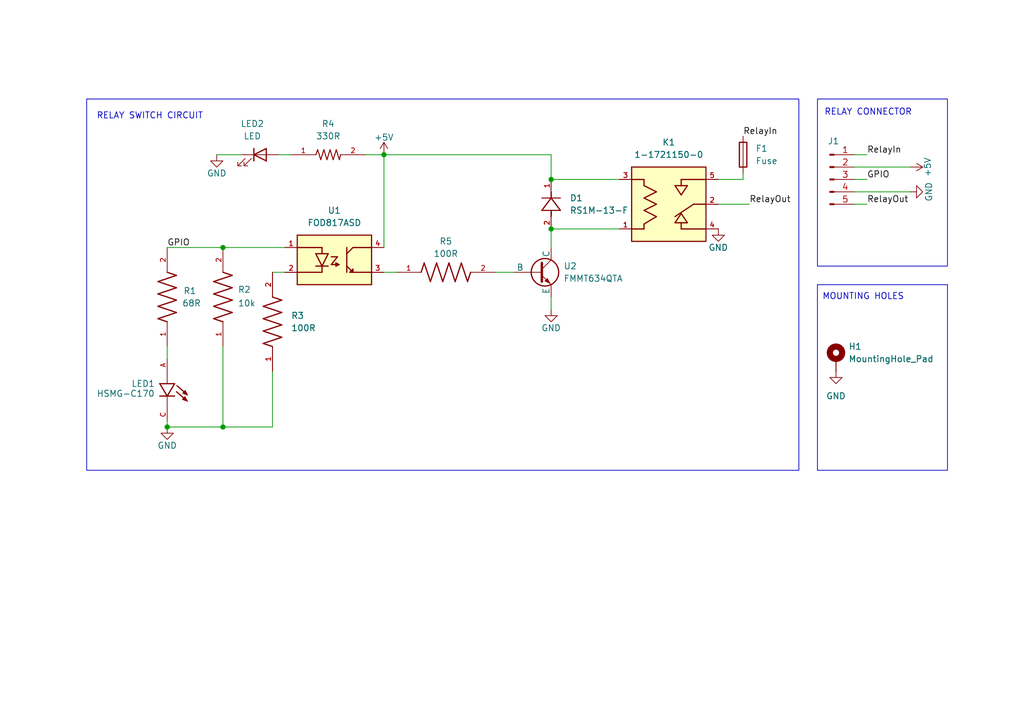
<source format=kicad_sch>
(kicad_sch (version 20231120) (generator "eeschema") (generator_version "8.0")
  (paper "A5")
  (lib_symbols
    (symbol "1-1721150-0:1-1721150-0" (pin_names (offset 1.016))
      (property "Reference" "K" (at -7.6312 10.1749 0))
      (property "Value" "1-1721150-0" (at -7.6253 -12.7088 0))
      (symbol "1-1721150-0_0_0"
        (rectangle (start -7.62 -7.62) (end 7.62 7.62) (stroke (width 0.254)) (fill (type background)))
        (polyline (pts (xy -5.08 -5.08) (xy -7.62 -5.08)) (stroke (width 0.254)))
        (polyline (pts (xy -5.08 -5.08) (xy -5.08 -4.064)) (stroke (width 0.254)))
        (polyline (pts (xy -5.08 -4.064) (xy -2.54 -2.54)) (stroke (width 0.254)))
        (polyline (pts (xy -5.08 -1.27) (xy -2.54 0)) (stroke (width 0.254)))
        (polyline (pts (xy -5.08 1.27) (xy -2.54 2.54)) (stroke (width 0.254)))
        (polyline (pts (xy -5.08 3.81) (xy -5.08 5.08)) (stroke (width 0.254)))
        (polyline (pts (xy -5.08 5.08) (xy -7.62 5.08)) (stroke (width 0.254)))
        (polyline (pts (xy -2.54 -2.54) (xy -5.08 -1.27)) (stroke (width 0.254)))
        (polyline (pts (xy -2.54 0) (xy -5.08 1.27)) (stroke (width 0.254)))
        (polyline (pts (xy -2.54 2.54) (xy -5.08 3.81)) (stroke (width 0.254)))
        (polyline (pts (xy 1.27 -3.81) (xy 2.54 -3.81)) (stroke (width 0.254)))
        (polyline (pts (xy 1.27 3.81) (xy 2.54 1.905)) (stroke (width 0.254)))
        (polyline (pts (xy 2.54 -5.08) (xy 7.62 -5.08)) (stroke (width 0.254)))
        (polyline (pts (xy 2.54 -3.81) (xy 2.54 -5.08)) (stroke (width 0.254)))
        (polyline (pts (xy 2.54 -3.81) (xy 3.81 -3.81)) (stroke (width 0.254)))
        (polyline (pts (xy 2.54 -1.905) (xy 1.27 -3.81)) (stroke (width 0.254)))
        (polyline (pts (xy 2.54 1.905) (xy 3.81 3.81)) (stroke (width 0.254)))
        (polyline (pts (xy 2.54 3.81) (xy 1.27 3.81)) (stroke (width 0.254)))
        (polyline (pts (xy 2.54 5.08) (xy 2.54 3.81)) (stroke (width 0.254)))
        (polyline (pts (xy 2.54 5.08) (xy 7.62 5.08)) (stroke (width 0.254)))
        (polyline (pts (xy 3.81 -3.81) (xy 2.54 -1.905)) (stroke (width 0.254)))
        (polyline (pts (xy 3.81 3.81) (xy 2.54 3.81)) (stroke (width 0.254)))
        (polyline (pts (xy 5.08 0) (xy 1.27 -2.54)) (stroke (width 0.254)))
        (polyline (pts (xy 7.62 0) (xy 5.08 0)) (stroke (width 0.254)))
        (pin passive line (at -10.16 -5.08 0) (length 2.54) (name "~") (number "1"))
        (pin passive line (at 10.16 0 180) (length 2.54) (name "~") (number "2"))
        (pin passive line (at -10.16 5.08 0) (length 2.54) (name "~") (number "3"))
        (pin passive line (at 10.16 -5.08 180) (length 2.54) (name "~") (number "4"))
        (pin passive line (at 10.16 5.08 180) (length 2.54) (name "~") (number "5"))
      )
    )
    (symbol "AC0603JR-07100RL:AC0603JR-07100RL" (pin_names (offset 1.016))
      (property "Reference" "R" (at -7.6244 2.5415 0))
      (property "Value" "AC0603JR-07100RL" (at -7.63 -5.0866 0))
      (symbol "AC0603JR-07100RL_0_0"
        (polyline (pts (xy -5.08 0) (xy -4.445 1.905)) (stroke (width 0.254)))
        (polyline (pts (xy -4.445 1.905) (xy -3.175 -1.905)) (stroke (width 0.254)))
        (polyline (pts (xy -3.175 -1.905) (xy -1.905 1.905)) (stroke (width 0.254)))
        (polyline (pts (xy -1.905 1.905) (xy -0.635 -1.905)) (stroke (width 0.254)))
        (polyline (pts (xy -0.635 -1.905) (xy 0.635 1.905)) (stroke (width 0.254)))
        (polyline (pts (xy 0.635 1.905) (xy 1.905 -1.905)) (stroke (width 0.254)))
        (polyline (pts (xy 1.905 -1.905) (xy 3.175 1.905)) (stroke (width 0.254)))
        (polyline (pts (xy 3.175 1.905) (xy 4.445 -1.905)) (stroke (width 0.254)))
        (polyline (pts (xy 4.445 -1.905) (xy 5.08 0)) (stroke (width 0.254)))
        (pin passive line (at -10.16 0 0) (length 5.08) (name "~") (number "1"))
        (pin passive line (at 10.16 0 180) (length 5.08) (name "~") (number "2"))
      )
    )
    (symbol "CRCW0402140RFKEDC:CRCW0402140RFKEDC" (pin_names (offset 1.016))
      (property "Reference" "R" (at -7.6244 2.5415 0))
      (property "Value" "CRCW0402140RFKEDC" (at -7.63 -5.0866 0))
      (symbol "CRCW0402140RFKEDC_0_0"
        (polyline (pts (xy -5.08 0) (xy -4.445 1.905)) (stroke (width 0.254)))
        (polyline (pts (xy -4.445 1.905) (xy -3.175 -1.905)) (stroke (width 0.254)))
        (polyline (pts (xy -3.175 -1.905) (xy -1.905 1.905)) (stroke (width 0.254)))
        (polyline (pts (xy -1.905 1.905) (xy -0.635 -1.905)) (stroke (width 0.254)))
        (polyline (pts (xy -0.635 -1.905) (xy 0.635 1.905)) (stroke (width 0.254)))
        (polyline (pts (xy 0.635 1.905) (xy 1.905 -1.905)) (stroke (width 0.254)))
        (polyline (pts (xy 1.905 -1.905) (xy 3.175 1.905)) (stroke (width 0.254)))
        (polyline (pts (xy 3.175 1.905) (xy 4.445 -1.905)) (stroke (width 0.254)))
        (polyline (pts (xy 4.445 -1.905) (xy 5.08 0)) (stroke (width 0.254)))
        (pin passive line (at -10.16 0 0) (length 5.08) (name "~") (number "1"))
        (pin passive line (at 10.16 0 180) (length 5.08) (name "~") (number "2"))
      )
    )
    (symbol "CRCW060310K0DHEAP:CRCW060310K0DHEAP" (pin_names (offset 1.016))
      (property "Reference" "R" (at -7.6244 2.5415 0))
      (property "Value" "CRCW060310K0DHEAP" (at -7.63 -5.0866 0))
      (symbol "CRCW060310K0DHEAP_0_0"
        (polyline (pts (xy -5.08 0) (xy -4.445 1.905)) (stroke (width 0.254)))
        (polyline (pts (xy -4.445 1.905) (xy -3.175 -1.905)) (stroke (width 0.254)))
        (polyline (pts (xy -3.175 -1.905) (xy -1.905 1.905)) (stroke (width 0.254)))
        (polyline (pts (xy -1.905 1.905) (xy -0.635 -1.905)) (stroke (width 0.254)))
        (polyline (pts (xy -0.635 -1.905) (xy 0.635 1.905)) (stroke (width 0.254)))
        (polyline (pts (xy 0.635 1.905) (xy 1.905 -1.905)) (stroke (width 0.254)))
        (polyline (pts (xy 1.905 -1.905) (xy 3.175 1.905)) (stroke (width 0.254)))
        (polyline (pts (xy 3.175 1.905) (xy 4.445 -1.905)) (stroke (width 0.254)))
        (polyline (pts (xy 4.445 -1.905) (xy 5.08 0)) (stroke (width 0.254)))
        (pin passive line (at -10.16 0 0) (length 5.08) (name "~") (number "1"))
        (pin passive line (at 10.16 0 180) (length 5.08) (name "~") (number "2"))
      )
    )
    (symbol "Connector:Conn_01x05_Pin" (pin_names (offset 1.016) hide)
      (property "Reference" "J" (at 0 7.62 0))
      (property "Value" "Conn_01x05_Pin" (at 0 -7.62 0))
      (symbol "Conn_01x05_Pin_1_1"
        (polyline (pts (xy 1.27 -5.08) (xy 0.8636 -5.08)) (stroke (width 0.1524)))
        (polyline (pts (xy 1.27 -2.54) (xy 0.8636 -2.54)) (stroke (width 0.1524)))
        (polyline (pts (xy 1.27 0) (xy 0.8636 0)) (stroke (width 0.1524)))
        (polyline (pts (xy 1.27 2.54) (xy 0.8636 2.54)) (stroke (width 0.1524)))
        (polyline (pts (xy 1.27 5.08) (xy 0.8636 5.08)) (stroke (width 0.1524)))
        (rectangle (start 0.8636 -4.953) (end 0 -5.207) (stroke (width 0.1524)) (fill (type outline)))
        (rectangle (start 0.8636 -2.413) (end 0 -2.667) (stroke (width 0.1524)) (fill (type outline)))
        (rectangle (start 0.8636 0.127) (end 0 -0.127) (stroke (width 0.1524)) (fill (type outline)))
        (rectangle (start 0.8636 2.667) (end 0 2.413) (stroke (width 0.1524)) (fill (type outline)))
        (rectangle (start 0.8636 5.207) (end 0 4.953) (stroke (width 0.1524)) (fill (type outline)))
        (pin passive line (at 5.08 5.08 180) (length 3.81) (name "Pin_1") (number "1"))
        (pin passive line (at 5.08 2.54 180) (length 3.81) (name "Pin_2") (number "2"))
        (pin passive line (at 5.08 0 180) (length 3.81) (name "Pin_3") (number "3"))
        (pin passive line (at 5.08 -2.54 180) (length 3.81) (name "Pin_4") (number "4"))
        (pin passive line (at 5.08 -5.08 180) (length 3.81) (name "Pin_5") (number "5"))
      )
    )
    (symbol "Device:Fuse" (pin_numbers hide) (pin_names (offset 0))
      (property "Reference" "F" (at 2.032 0 90))
      (property "Value" "Fuse" (at -1.905 0 90))
      (symbol "Fuse_0_1"
        (rectangle (start -0.762 -2.54) (end 0.762 2.54) (stroke (width 0.254)))
        (polyline (pts (xy 0 2.54) (xy 0 -2.54)))
      )
      (symbol "Fuse_1_1"
        (pin passive line (at 0 3.81 270) (length 1.27) (name "~") (number "1"))
        (pin passive line (at 0 -3.81 90) (length 1.27) (name "~") (number "2"))
      )
    )
    (symbol "Device:LED" (pin_numbers hide) (pin_names (offset 1.016) hide)
      (property "Reference" "D" (at 0 2.54 0))
      (property "Value" "LED" (at 0 -2.54 0))
      (symbol "LED_0_1"
        (polyline (pts (xy -1.27 -1.27) (xy -1.27 1.27)) (stroke (width 0.254)))
        (polyline (pts (xy -1.27 0) (xy 1.27 0)))
        (polyline (pts (xy 1.27 -1.27) (xy 1.27 1.27) (xy -1.27 0) (xy 1.27 -1.27)) (stroke (width 0.254)))
        (polyline (pts (xy -3.048 -0.762) (xy -4.572 -2.286) (xy -3.81 -2.286) (xy -4.572 -2.286) (xy -4.572 -1.524)))
        (polyline (pts (xy -1.778 -0.762) (xy -3.302 -2.286) (xy -2.54 -2.286) (xy -3.302 -2.286) (xy -3.302 -1.524)))
      )
      (symbol "LED_1_1"
        (pin passive line (at -3.81 0 0) (length 2.54) (name "K") (number "1"))
        (pin passive line (at 3.81 0 180) (length 2.54) (name "A") (number "2"))
      )
    )
    (symbol "FOD817ASD:FOD817ASD" (pin_names (offset 1.016))
      (property "Reference" "Q" (at -7.6421 5.0948 0))
      (property "Value" "FOD817ASD" (at -7.644 -7.644 0))
      (symbol "FOD817ASD_0_0"
        (rectangle (start -7.62 -5.08) (end 7.62 5.08) (stroke (width 0.254)) (fill (type background)))
        (polyline (pts (xy -3.81 -1.27) (xy -2.54 -1.27)) (stroke (width 0.254)))
        (polyline (pts (xy -3.81 1.27) (xy -2.54 1.27)) (stroke (width 0.254)))
        (polyline (pts (xy -2.54 -2.54) (xy -7.62 -2.54)) (stroke (width 0.254)))
        (polyline (pts (xy -2.54 -1.27) (xy -3.81 1.27)) (stroke (width 0.254)))
        (polyline (pts (xy -2.54 -1.27) (xy -2.54 -2.54)) (stroke (width 0.254)))
        (polyline (pts (xy -2.54 -1.27) (xy -1.27 -1.27)) (stroke (width 0.254)))
        (polyline (pts (xy -2.54 1.27) (xy -1.27 1.27)) (stroke (width 0.254)))
        (polyline (pts (xy -2.54 2.54) (xy -7.62 2.54)) (stroke (width 0.254)))
        (polyline (pts (xy -2.54 2.54) (xy -2.54 1.27)) (stroke (width 0.254)))
        (polyline (pts (xy -1.27 1.27) (xy -2.54 -1.27)) (stroke (width 0.254)))
        (polyline (pts (xy -0.635 -0.9525) (xy 0.9525 -0.9525)) (stroke (width 0.254)))
        (polyline (pts (xy -0.635 0.635) (xy 0.635 0.635)) (stroke (width 0.254)))
        (polyline (pts (xy 0.3175 -1.27) (xy 0.9525 -0.9525)) (stroke (width 0.254)))
        (polyline (pts (xy 0.3175 -0.635) (xy 0.3175 -1.27)) (stroke (width 0.254)))
        (polyline (pts (xy 0.635 0.635) (xy -0.635 -0.9525)) (stroke (width 0.254)))
        (polyline (pts (xy 0.9525 -0.9525) (xy 0.3175 -0.635)) (stroke (width 0.254)))
        (polyline (pts (xy 2.54 -1.27) (xy 2.54 -2.54)) (stroke (width 0.254)))
        (polyline (pts (xy 2.54 -1.27) (xy 3.81 -2.54)) (stroke (width 0.254)))
        (polyline (pts (xy 2.54 1.27) (xy 2.54 -1.27)) (stroke (width 0.254)))
        (polyline (pts (xy 2.54 2.54) (xy 2.54 1.27)) (stroke (width 0.254)))
        (polyline (pts (xy 3.175 -2.54) (xy 3.81 -2.54)) (stroke (width 0.254)))
        (polyline (pts (xy 3.81 -2.54) (xy 3.81 -1.905)) (stroke (width 0.254)))
        (polyline (pts (xy 3.81 -1.905) (xy 3.175 -2.54)) (stroke (width 0.254)))
        (polyline (pts (xy 3.81 2.54) (xy 2.54 1.27)) (stroke (width 0.254)))
        (polyline (pts (xy 7.62 -2.54) (xy 3.81 -2.54)) (stroke (width 0.254)))
        (polyline (pts (xy 7.62 2.54) (xy 3.81 2.54)) (stroke (width 0.254)))
        (pin passive line (at -10.16 2.54 0) (length 2.54) (name "~") (number "1"))
        (pin passive line (at -10.16 -2.54 0) (length 2.54) (name "~") (number "2"))
        (pin passive line (at 10.16 -2.54 180) (length 2.54) (name "~") (number "3"))
        (pin passive line (at 10.16 2.54 180) (length 2.54) (name "~") (number "4"))
      )
    )
    (symbol "HSMG-C170:HSMG-C170" (pin_names (offset 1.016))
      (property "Reference" "D" (at -3.0988 4.4958 0))
      (property "Value" "HSMG-C170" (at -3.556 -3.302 0))
      (symbol "HSMG-C170_0_0"
        (polyline (pts (xy -2.54 -1.524) (xy 0 0)) (stroke (width 0.254)))
        (polyline (pts (xy -2.54 0) (xy -5.08 0)) (stroke (width 0.1524)))
        (polyline (pts (xy -2.54 0) (xy -2.54 -1.524)) (stroke (width 0.254)))
        (polyline (pts (xy -2.54 1.524) (xy -2.54 0)) (stroke (width 0.254)))
        (polyline (pts (xy -0.3556 4.0386) (xy -2.1336 2.0066)) (stroke (width 0.254)))
        (polyline (pts (xy 0 0) (xy -2.54 1.524)) (stroke (width 0.254)))
        (polyline (pts (xy 0 0) (xy 0 -1.524)) (stroke (width 0.254)))
        (polyline (pts (xy 0 1.524) (xy 0 0)) (stroke (width 0.254)))
        (polyline (pts (xy 0.889 3.937) (xy -0.889 1.905)) (stroke (width 0.254)))
        (polyline (pts (xy 2.54 0) (xy 0 0)) (stroke (width 0.1524)))
        (polyline (pts (xy -1.143 3.683) (xy -0.5715 3.175) (xy -0.1905 4.191) (xy -1.143 3.683)) (stroke (width 0.1524)) (fill (type outline)))
        (polyline (pts (xy 0.127 3.6195) (xy 0.6985 3.1115) (xy 1.0795 4.191) (xy 0.127 3.6195)) (stroke (width 0.1524)) (fill (type outline)))
        (pin passive line (at -7.62 0 0) (length 2.54) (name "~") (number "A"))
        (pin passive line (at 5.08 0 180) (length 2.54) (name "~") (number "C"))
      )
    )
    (symbol "Mechanical:MountingHole_Pad" (pin_numbers hide) (pin_names (offset 1.016) hide) (exclude_from_sim yes) (in_bom no)
      (property "Reference" "H" (at 0 6.35 0))
      (property "Value" "MountingHole_Pad" (at 0 4.445 0))
      (symbol "MountingHole_Pad_0_1"
        (circle (center 0 1.27) (radius 1.27) (stroke (width 1.27)))
      )
      (symbol "MountingHole_Pad_1_1"
        (pin input line (at 0 -2.54 90) (length 2.54) (name "1") (number "1"))
      )
    )
    (symbol "RC0603FR-07330RL:RC0603FR-07330RL" (pin_names (offset 1.016))
      (property "Reference" "R" (at -3.81 1.4986 0))
      (property "Value" "RC0603FR-07330RL" (at -3.81 -3.302 0))
      (symbol "RC0603FR-07330RL_0_0"
        (polyline (pts (xy -2.54 0) (xy -2.159 1.016)) (stroke (width 0.2032)))
        (polyline (pts (xy -2.159 1.016) (xy -1.524 -1.016)) (stroke (width 0.2032)))
        (polyline (pts (xy -1.524 -1.016) (xy -0.889 1.016)) (stroke (width 0.2032)))
        (polyline (pts (xy -0.889 1.016) (xy -0.254 -1.016)) (stroke (width 0.2032)))
        (polyline (pts (xy -0.254 -1.016) (xy 0.381 1.016)) (stroke (width 0.2032)))
        (polyline (pts (xy 0.381 1.016) (xy 1.016 -1.016)) (stroke (width 0.2032)))
        (polyline (pts (xy 1.016 -1.016) (xy 1.651 1.016)) (stroke (width 0.2032)))
        (polyline (pts (xy 1.651 1.016) (xy 2.286 -1.016)) (stroke (width 0.2032)))
        (polyline (pts (xy 2.286 -1.016) (xy 2.54 0)) (stroke (width 0.2032)))
        (pin passive line (at -7.62 0 0) (length 5.08) (name "~") (number "1"))
        (pin passive line (at 7.62 0 180) (length 5.08) (name "~") (number "2"))
      )
    )
    (symbol "RS1M-13-F:RS1M-13-F" (pin_names (offset 1.016))
      (property "Reference" "CR" (at -2.8194 2.6924 0))
      (property "Value" "RS1M-13-F" (at -3.8862 -5.5372 0))
      (symbol "RS1M-13-F_0_0"
        (polyline (pts (xy 2.54 0) (xy 3.4798 0)) (stroke (width 0.2032)))
        (polyline (pts (xy 2.54 0) (xy 3.4798 0)) (stroke (width 0.2032)))
        (polyline (pts (xy 2.54 0) (xy 3.4798 0)) (stroke (width 0.2032)))
        (polyline (pts (xy 3.175 0) (xy 3.81 0)) (stroke (width 0.2032)))
        (polyline (pts (xy 3.175 0) (xy 3.81 0)) (stroke (width 0.2032)))
        (polyline (pts (xy 3.175 0) (xy 3.81 0)) (stroke (width 0.2032)))
        (polyline (pts (xy 3.81 -1.905) (xy 6.35 0)) (stroke (width 0.2032)))
        (polyline (pts (xy 3.81 -1.905) (xy 6.35 0)) (stroke (width 0.2032)))
        (polyline (pts (xy 3.81 -1.905) (xy 6.35 0)) (stroke (width 0.2032)))
        (polyline (pts (xy 3.81 1.905) (xy 3.81 -1.905)) (stroke (width 0.2032)))
        (polyline (pts (xy 3.81 1.905) (xy 3.81 -1.905)) (stroke (width 0.2032)))
        (polyline (pts (xy 3.81 1.905) (xy 3.81 -1.905)) (stroke (width 0.2032)))
        (polyline (pts (xy 6.35 0) (xy 3.81 1.905)) (stroke (width 0.2032)))
        (polyline (pts (xy 6.35 0) (xy 3.81 1.905)) (stroke (width 0.2032)))
        (polyline (pts (xy 6.35 0) (xy 3.81 1.905)) (stroke (width 0.2032)))
        (polyline (pts (xy 6.35 0) (xy 7.62 0)) (stroke (width 0.2032)))
        (polyline (pts (xy 6.35 0) (xy 7.62 0)) (stroke (width 0.2032)))
        (polyline (pts (xy 6.35 0) (xy 7.62 0)) (stroke (width 0.2032)))
        (rectangle (start 6.35 -1.905) (end 6.35 1.905) (stroke (width 0.2032)) (fill (type background)))
        (pin passive line (at 10.16 0 180) (length 2.54) (name "~") (number "1"))
        (pin passive line (at 0 0 0) (length 2.54) (name "~") (number "2"))
      )
    )
    (symbol "Simulation_SPICE:NPN" (pin_numbers hide) (pin_names (offset 0))
      (property "Reference" "Q" (at -2.54 7.62 0))
      (property "Value" "NPN" (at -2.54 5.08 0))
      (symbol "NPN_0_1"
        (polyline (pts (xy -2.54 0) (xy 0.635 0)) (stroke (width 0.1524)))
        (polyline (pts (xy 0.635 0.635) (xy 2.54 2.54)))
        (polyline (pts (xy 2.794 -1.27) (xy 2.794 -1.27)) (stroke (width 0.1524)))
        (polyline (pts (xy 2.794 -1.27) (xy 2.794 -1.27)) (stroke (width 0.1524)))
        (polyline (pts (xy 0.635 -0.635) (xy 2.54 -2.54) (xy 2.54 -2.54)))
        (polyline (pts (xy 0.635 1.905) (xy 0.635 -1.905) (xy 0.635 -1.905)) (stroke (width 0.508)))
        (polyline (pts (xy 1.27 -1.778) (xy 1.778 -1.27) (xy 2.286 -2.286) (xy 1.27 -1.778) (xy 1.27 -1.778)) (fill (type outline)))
        (circle (center 1.27 0) (radius 2.8194) (stroke (width 0.254)))
      )
      (symbol "NPN_1_1"
        (pin open_collector line (at 2.54 5.08 270) (length 2.54) (name "C") (number "1"))
        (pin input line (at -5.08 0 0) (length 2.54) (name "B") (number "2"))
        (pin open_emitter line (at 2.54 -5.08 90) (length 2.54) (name "E") (number "3"))
      )
    )
    (symbol "power:+5V" (power) (pin_numbers hide) (pin_names (offset 0) hide)
      (property "Value" "+5V" (at 0 3.556 0))
      (symbol "+5V_0_1"
        (polyline (pts (xy -0.762 1.27) (xy 0 2.54)))
        (polyline (pts (xy 0 0) (xy 0 2.54)))
        (polyline (pts (xy 0 2.54) (xy 0.762 1.27)))
      )
      (symbol "+5V_1_1"
        (pin power_in line (at 0 0 90) (length 0) (name "~") (number "1"))
      )
    )
    (symbol "power:GND" (power) (pin_numbers hide) (pin_names (offset 0) hide)
      (property "Value" "GND" (at 0 -3.81 0))
      (symbol "GND_0_1"
        (polyline (pts (xy 0 0) (xy 0 -1.27) (xy 1.27 -1.27) (xy 0 -2.54) (xy -1.27 -1.27) (xy 0 -1.27)))
      )
      (symbol "GND_1_1"
        (pin power_in line (at 0 0 270) (length 0) (name "~") (number "1"))
      )
    )
  )
  (junction (at 113.03 36.83))
  (junction (at 113.03 46.99))
  (junction (at 45.72 50.8))
  (junction (at 34.29 87.63))
  (junction (at 78.74 31.75))
  (junction (at 45.72 87.63))
  (wire (pts (xy 147.32 36.83) (xy 152.4 36.83)))
  (wire (pts (xy 78.74 55.88) (xy 81.28 55.88)))
  (wire (pts (xy 34.29 71.12) (xy 34.29 73.66)))
  (wire (pts (xy 45.72 87.63) (xy 34.29 87.63)))
  (wire (pts (xy 45.72 50.8) (xy 58.42 50.8)))
  (wire (pts (xy 44.45 31.75) (xy 49.53 31.75)))
  (wire (pts (xy 113.03 46.99) (xy 127 46.99)))
  (wire (pts (xy 113.03 60.96) (xy 113.03 63.5)))
  (wire (pts (xy 78.74 31.75) (xy 113.03 31.75)))
  (wire (pts (xy 113.03 36.83) (xy 127 36.83)))
  (wire (pts (xy 177.8 31.75) (xy 175.26 31.75)))
  (wire (pts (xy 34.29 86.36) (xy 34.29 87.63)))
  (wire (pts (xy 45.72 87.63) (xy 55.88 87.63)))
  (wire (pts (xy 175.26 39.37) (xy 186.69 39.37)))
  (wire (pts (xy 177.8 41.91) (xy 175.26 41.91)))
  (wire (pts (xy 78.74 31.75) (xy 78.74 50.8)))
  (wire (pts (xy 113.03 46.99) (xy 113.03 50.8)))
  (wire (pts (xy 175.26 34.29) (xy 186.69 34.29)))
  (wire (pts (xy 113.03 36.83) (xy 113.03 31.75)))
  (wire (pts (xy 74.93 31.75) (xy 78.74 31.75)))
  (wire (pts (xy 34.29 50.8) (xy 45.72 50.8)))
  (wire (pts (xy 57.15 31.75) (xy 59.69 31.75)))
  (wire (pts (xy 101.6 55.88) (xy 105.41 55.88)))
  (wire (pts (xy 147.32 41.91) (xy 153.67 41.91)))
  (wire (pts (xy 152.4 36.83) (xy 152.4 35.56)))
  (wire (pts (xy 45.72 71.12) (xy 45.72 87.63)))
  (wire (pts (xy 177.8 36.83) (xy 175.26 36.83)))
  (wire (pts (xy 55.88 76.2) (xy 55.88 87.63)))
  (wire (pts (xy 55.88 55.88) (xy 58.42 55.88)))
  (rectangle (start 167.64 20.32) (end 194.31 54.61))
  (rectangle (start 17.78 20.32) (end 163.83 96.52))
  (rectangle (start 167.64 58.42) (end 194.31 96.52))
  (text "MOUNTING HOLES" (at 177.038 60.96 0) (effects (font (size 1.27 1.27))))
  (text "RELAY CONNECTOR" (at 178.054 23.114 0) (effects (font (size 1.27 1.27))))
  (text "RELAY SWITCH CIRCUIT" (at 30.734 23.876 0) (effects (font (size 1.27 1.27))))
  (label "RelayIn" (at 177.8 31.75 0))
  (label "RelayOut" (at 153.67 41.91 0))
  (label "GPIO" (at 34.29 50.8 0))
  (label "RelayIn" (at 152.4 27.94 0))
  (label "RelayOut" (at 177.8 41.91 0))
  (label "GPIO" (at 177.8 36.83 0))
  (symbol (lib_id "Connector:Conn_01x05_Pin") (at 170.18 36.83 0) (unit 1)
    (property "Reference" "J1" (at 170.942 28.956 0))
    (property "Value" "Conn_01x05_Pin" (effects (hide yes)))
    (property "Footprint" "Connector_PinHeader_2.54mm:PinHeader_1x05_P2.54mm_Vertical" (effects (hide yes)))
    (property "Description" "Generic connector, single row, 01x05, script generated" (effects (hide yes)))
  )
  (symbol (lib_id "Device:Fuse") (at 152.4 31.75 0) (unit 1)
    (property "Reference" "F1" (at 154.94 30.4799 0) (effects (justify left)))
    (property "Value" "Fuse" (at 154.94 33.0199 0) (effects (justify left)))
    (property "Footprint" "Diode_SMD:D_0402_1005Metric_Pad0.77x0.64mm_HandSolder" (effects (hide yes)))
    (property "Description" "Fuse" (effects (hide yes)))
  )
  (symbol (lib_id "CRCW060310K0DHEAP:CRCW060310K0DHEAP") (at 45.72 60.96 90) (unit 1)
    (property "Reference" "R2" (at 48.768 59.436 90) (effects (justify right)))
    (property "Value" "10k" (at 48.768 62.23 90) (effects (justify right)))
    (property "Footprint" "Resistor_SMD:R_0603_1608Metric_Pad0.98x0.95mm_HandSolder" (effects (hide yes)))
    (property "MF" "Vishay Dale" (effects (hide yes)))
    (property "Description_1" "\n                        \n                            10 kOhms ±0.5% 0.1W, 1/10W Chip Resistor 0603 (1608 Metric) Automotive AEC-Q200 Thick Film\n                        \n" (effects (hide yes)))
    (property "Package" "1508 Vishay" (effects (hide yes)))
    (property "Price" "None" (effects (hide yes)))
    (property "SnapEDA_Link" "https://www.snapeda.com/parts/CRCW060310K0DHEAP/Vishay+Dale/view-part/?ref=snap" (effects (hide yes)))
    (property "MP" "CRCW060310K0DHEAP" (effects (hide yes)))
    (property "Availability" "In Stock" (effects (hide yes)))
    (property "Check_prices" "https://www.snapeda.com/parts/CRCW060310K0DHEAP/Vishay+Dale/view-part/?ref=eda" (effects (hide yes)))
  )
  (symbol (lib_id "Device:LED") (at 53.34 31.75 0) (unit 1)
    (property "Reference" "LED2" (at 51.7525 25.4 0))
    (property "Value" "LED" (at 51.7525 27.94 0))
    (property "Footprint" "SML-D12:LED_SML-D12V1WT86" (effects (hide yes)))
    (property "Description" "Light emitting diode" (effects (hide yes)))
  )
  (symbol (lib_id "RC0603FR-07330RL:RC0603FR-07330RL") (at 67.31 31.75 0) (unit 1)
    (property "Reference" "R4" (at 67.31 25.4 0))
    (property "Value" "330R" (at 67.31 27.94 0))
    (property "Footprint" "Resistor_SMD:R_0603_1608Metric_Pad0.98x0.95mm_HandSolder" (effects (hide yes)))
    (property "MF" "Yageo" (effects (hide yes)))
    (property "Description_1" "\n                        \n                            330 Ohms ±1% 0.1W, 1/10W Chip Resistor 0603 (1608 Metric) Moisture Resistant Thick Film\n                        \n" (effects (hide yes)))
    (property "Package" "0603 Yageo" (effects (hide yes)))
    (property "Price" "None" (effects (hide yes)))
    (property "SnapEDA_Link" "https://www.snapeda.com/parts/RC0603FR-07330RL/Yageo/view-part/?ref=snap" (effects (hide yes)))
    (property "MP" "RC0603FR-07330RL" (effects (hide yes)))
    (property "Availability" "In Stock" (effects (hide yes)))
    (property "Check_prices" "https://www.snapeda.com/parts/RC0603FR-07330RL/Yageo/view-part/?ref=eda" (effects (hide yes)))
  )
  (symbol (lib_id "power:+5V") (at 186.69 34.29 270) (unit 1)
    (property "Reference" "#PWR04" (effects (hide yes)))
    (property "Value" "+5V" (at 190.246 34.29 0))
    (property "Description" "Power symbol creates a global label with name \"+5V\"" (effects (hide yes)))
  )
  (symbol (lib_id "HSMG-C170:HSMG-C170") (at 34.29 81.28 270) (unit 1)
    (property "Reference" "LED1" (at 26.924 78.74 90) (effects (justify left)))
    (property "Value" "HSMG-C170" (at 19.812 80.772 90) (effects (justify left)))
    (property "Footprint" "HSMG-C170:LED_HSMS-C170" (effects (hide yes)))
    (property "MF" "Broadcom Limited" (effects (hide yes)))
    (property "MAXIMUM_PACKAGE_HEIGHT" "0.8mm" (effects (hide yes)))
    (property "Package" "0805 Broadcom Limited" (effects (hide yes)))
    (property "Price" "None" (effects (hide yes)))
    (property "Check_prices" "https://www.snapeda.com/parts/HSMG-C170/Broadcom+Limited/view-part/?ref=eda" (effects (hide yes)))
    (property "STANDARD" "Manufacturer Recommendations" (effects (hide yes)))
    (property "PARTREV" "March 25, 2022" (effects (hide yes)))
    (property "SnapEDA_Link" "https://www.snapeda.com/parts/HSMG-C170/Broadcom+Limited/view-part/?ref=snap" (effects (hide yes)))
    (property "MP" "HSMG-C170" (effects (hide yes)))
    (property "Description_1" "\n                        \n                            Green 572nm LED Indication - Discrete 2.2V 0805 (2012 Metric)\n                        \n" (effects (hide yes)))
    (property "MANUFACTURER" "Broadcom" (effects (hide yes)))
    (property "Availability" "In Stock" (effects (hide yes)))
    (property "SNAPEDA_PN" "HSMG-C170" (effects (hide yes)))
  )
  (symbol (lib_id "Simulation_SPICE:NPN") (at 110.49 55.88 0) (unit 1)
    (property "Reference" "U2" (at 115.57 54.6099 0) (effects (justify left)))
    (property "Value" "FMMT634QTA" (at 115.57 57.1499 0) (effects (justify left)))
    (property "Footprint" "FMMT634QTA:VREG_XC6206P282MR-G" (effects (hide yes)))
    (property "Datasheet" "https://ngspice.sourceforge.io/docs/ngspice-html-manual/manual.xhtml#cha_BJTs" (effects (hide yes)))
    (property "Description" "Bipolar transistor symbol for simulation only, substrate tied to the emitter" (effects (hide yes)))
    (property "Sim.Device" "NPN" (effects (hide yes)))
    (property "Sim.Type" "GUMMELPOON" (effects (hide yes)))
    (property "Sim.Pins" "1=C 2=B 3=E" (effects (hide yes)))
  )
  (symbol (lib_id "CRCW0402140RFKEDC:CRCW0402140RFKEDC") (at 34.29 60.96 90) (unit 1)
    (property "Reference" "R1" (at 37.592 59.69 90) (effects (justify right)))
    (property "Value" "68R" (at 37.338 62.23 90) (effects (justify right)))
    (property "Footprint" "Resistor_SMD:R_0402_1005Metric_Pad0.72x0.64mm_HandSolder" (effects (hide yes)))
    (property "MF" "Vishay" (effects (hide yes)))
    (property "Description_1" "\n                        \n                            140 Ohms ±1% 0.063W, 1/16W Chip Resistor 0402 (1005 Metric)  Thick Film\n                        \n" (effects (hide yes)))
    (property "Package" "1005 Yageo" (effects (hide yes)))
    (property "Price" "None" (effects (hide yes)))
    (property "SnapEDA_Link" "https://www.snapeda.com/parts/CRCW0402140RFKEDC/Vishay/view-part/?ref=snap" (effects (hide yes)))
    (property "MP" "CRCW0402140RFKEDC" (effects (hide yes)))
    (property "Availability" "In Stock" (effects (hide yes)))
    (property "Check_prices" "https://www.snapeda.com/parts/CRCW0402140RFKEDC/Vishay/view-part/?ref=eda" (effects (hide yes)))
  )
  (symbol (lib_id "power:+5V") (at 78.74 31.75 0) (unit 1)
    (property "Reference" "#PWR03" (effects (hide yes)))
    (property "Value" "+5V" (at 78.74 28.194 0))
    (property "Description" "Power symbol creates a global label with name \"+5V\"" (effects (hide yes)))
  )
  (symbol (lib_id "power:GND") (at 186.69 39.37 90) (unit 1)
    (property "Reference" "#PWR05" (effects (hide yes)))
    (property "Value" "GND" (at 190.5 39.37 0))
    (property "Description" "Power symbol creates a global label with name \"GND\" , ground" (effects (hide yes)))
  )
  (symbol (lib_id "power:GND") (at 44.45 31.75 0) (unit 1)
    (property "Reference" "#PWR02" (effects (hide yes)))
    (property "Value" "GND" (at 44.45 35.56 0))
    (property "Description" "Power symbol creates a global label with name \"GND\" , ground" (effects (hide yes)))
  )
  (symbol (lib_id "power:GND") (at 147.32 46.99 0) (unit 1)
    (property "Reference" "#PWR07" (effects (hide yes)))
    (property "Value" "GND" (at 147.32 50.8 0))
    (property "Description" "Power symbol creates a global label with name \"GND\" , ground" (effects (hide yes)))
  )
  (symbol (lib_id "FOD817ASD:FOD817ASD") (at 68.58 53.34 0) (unit 1)
    (property "Reference" "U1" (at 68.58 43.18 0))
    (property "Value" "FOD817ASD" (at 68.58 45.72 0))
    (property "Footprint" "FOD817ASD:SOIC254P1016X385-4N" (effects (hide yes)))
    (property "MF" "onsemi" (effects (hide yes)))
    (property "Description_1" "\n                        \n                            Optoisolator Transistor Output 5000Vrms 1 Channel 4-SMD\n                        \n" (effects (hide yes)))
    (property "Package" "SMD-4 ON Semiconductor" (effects (hide yes)))
    (property "Price" "None" (effects (hide yes)))
    (property "Check_prices" "https://www.snapeda.com/parts/FOD817ASD/Onsemi/view-part/?ref=eda" (effects (hide yes)))
    (property "SnapEDA_Link" "https://www.snapeda.com/parts/FOD817ASD/Onsemi/view-part/?ref=snap" (effects (hide yes)))
    (property "MP" "FOD817ASD" (effects (hide yes)))
    (property "Availability" "In Stock" (effects (hide yes)))
    (property "MANUFACTURER" "FAIRCHILD SEMICONDUCTOR" (effects (hide yes)))
  )
  (symbol (lib_id "1-1721150-0:1-1721150-0") (at 137.16 41.91 0) (unit 1)
    (property "Reference" "K1" (at 137.16 29.21 0))
    (property "Value" "1-1721150-0" (at 137.16 31.75 0))
    (property "Footprint" "1-1721150-0:RELAY_1-1721150-0" (effects (hide yes)))
    (property "Comment" "1-1721150-0" (effects (hide yes)))
    (property "MF" "TE Connectivity" (effects (hide yes)))
    (property "MAXIMUM_PACKAGE_HEIGHT" "15.0mm" (effects (hide yes)))
    (property "Package" "None" (effects (hide yes)))
    (property "Price" "None" (effects (hide yes)))
    (property "Check_prices" "https://www.snapeda.com/parts/1-1721150-0/TE+Connectivity+Potter+%2526+Brumfield+Relays/view-part/?ref=eda" (effects (hide yes)))
    (property "STANDARD" "Manufacturer recommendations" (effects (hide yes)))
    (property "PARTREV" "D" (effects (hide yes)))
    (property "SnapEDA_Link" "https://www.snapeda.com/parts/1-1721150-0/TE+Connectivity+Potter+%2526+Brumfield+Relays/view-part/?ref=snap" (effects (hide yes)))
    (property "MP" "1-1721150-0" (effects (hide yes)))
    (property "EU_RoHS_Compliance" "Compliant" (effects (hide yes)))
    (property "Description_1" "\n                        \n                            General Purpose Relay SPDT (1 Form C) 5VDC Coil Through Hole\n                        \n" (effects (hide yes)))
    (property "Availability" "In Stock" (effects (hide yes)))
    (property "MANUFACTURER" "TE Connectivity" (effects (hide yes)))
  )
  (symbol (lib_id "power:GND") (at 113.03 63.5 0) (unit 1)
    (property "Reference" "#PWR06" (effects (hide yes)))
    (property "Value" "GND" (at 113.03 67.31 0))
    (property "Description" "Power symbol creates a global label with name \"GND\" , ground" (effects (hide yes)))
  )
  (symbol (lib_id "RS1M-13-F:RS1M-13-F") (at 113.03 46.99 90) (unit 1)
    (property "Reference" "D1" (at 116.84 40.6399 90) (effects (justify right)))
    (property "Value" "RS1M-13-F" (at 116.84 43.1799 90) (effects (justify right)))
    (property "Footprint" "RS1M-13-F:SMA_DIO-M" (effects (hide yes)))
    (property "MF" "Diodes Inc." (effects (hide yes)))
    (property "Description_1" "\n                        \n                            Diode Switching 1KV 1A 2Pin SMA | Diodes Inc RS1M-13-F\n                        \n" (effects (hide yes)))
    (property "COPYRIGHT" "Copyright (C) 2023 Ultra Librarian. All rights reserved." (effects (hide yes)))
    (property "Package" "DO-214 Diodes Inc." (effects (hide yes)))
    (property "Price" "None" (effects (hide yes)))
    (property "Check_prices" "https://www.snapeda.com/parts/RS1M-13-F/Diodes+Inc./view-part/?ref=eda" (effects (hide yes)))
    (property "Availability" "In Stock" (effects (hide yes)))
    (property "SnapEDA_Link" "https://www.snapeda.com/parts/RS1M-13-F/Diodes+Inc./view-part/?ref=snap" (effects (hide yes)))
    (property "MP" "RS1M-13-F" (effects (hide yes)))
    (property "MFR_NAME" "Diodes Inc" (effects (hide yes)))
    (property "MANUFACTURER_PART_NUMBER" "RS1M-13-F" (effects (hide yes)))
  )
  (symbol (lib_id "power:GND") (at 34.29 87.63 0) (unit 1)
    (property "Reference" "#PWR01" (effects (hide yes)))
    (property "Value" "GND" (at 34.29 91.44 0))
    (property "Description" "Power symbol creates a global label with name \"GND\" , ground" (effects (hide yes)))
  )
  (symbol (lib_id "Mechanical:MountingHole_Pad") (at 171.45 73.66 0) (unit 1) (exclude_from_sim yes) (in_bom no)
    (property "Reference" "H1" (at 173.99 71.1199 0) (effects (justify left)))
    (property "Value" "MountingHole_Pad" (at 173.99 73.6599 0) (effects (justify left)))
    (property "Footprint" "MountingHole:MountingHole_3.7mm_Pad" (effects (hide yes)))
    (property "Description" "Mounting Hole with connection" (effects (hide yes)))
  )
  (symbol (lib_id "AC0603JR-07100RL:AC0603JR-07100RL") (at 55.88 66.04 90) (unit 1)
    (property "Reference" "R3" (at 59.69 64.7699 90) (effects (justify right)))
    (property "Value" "100R" (at 59.69 67.3099 90) (effects (justify right)))
    (property "Footprint" "Resistor_SMD:R_0603_1608Metric_Pad0.98x0.95mm_HandSolder" (effects (hide yes)))
    (property "MF" "Yageo" (effects (hide yes)))
    (property "Description_1" "\n                        \n                            100 Ohms ±5% 0.1W, 1/10W Chip Resistor 0603 (1608 Metric) Automotive AEC-Q200, Moisture Resistant Thick Film\n                        \n" (effects (hide yes)))
    (property "Package" "1608 Yageo" (effects (hide yes)))
    (property "Price" "None" (effects (hide yes)))
    (property "SnapEDA_Link" "https://www.snapeda.com/parts/AC0603JR-07100RL/Yageo/view-part/?ref=snap" (effects (hide yes)))
    (property "MP" "AC0603JR-07100RL" (effects (hide yes)))
    (property "Availability" "In Stock" (effects (hide yes)))
    (property "Check_prices" "https://www.snapeda.com/parts/AC0603JR-07100RL/Yageo/view-part/?ref=eda" (effects (hide yes)))
  )
  (symbol (lib_id "power:GND") (at 171.45 76.2 0) (unit 1)
    (property "Reference" "#PWR08" (effects (hide yes)))
    (property "Value" "GND" (at 171.45 81.28 0))
    (property "Description" "Power symbol creates a global label with name \"GND\" , ground" (effects (hide yes)))
  )
  (symbol (lib_id "AC0603JR-07100RL:AC0603JR-07100RL") (at 91.44 55.88 0) (unit 1)
    (property "Reference" "R5" (at 91.44 49.53 0))
    (property "Value" "100R" (at 91.44 52.07 0))
    (property "Footprint" "Resistor_SMD:R_0603_1608Metric_Pad0.98x0.95mm_HandSolder" (effects (hide yes)))
    (property "MF" "Yageo" (effects (hide yes)))
    (property "Description_1" "\n                        \n                            100 Ohms ±5% 0.1W, 1/10W Chip Resistor 0603 (1608 Metric) Automotive AEC-Q200, Moisture Resistant Thick Film\n                        \n" (effects (hide yes)))
    (property "Package" "1608 Yageo" (effects (hide yes)))
    (property "Price" "None" (effects (hide yes)))
    (property "SnapEDA_Link" "https://www.snapeda.com/parts/AC0603JR-07100RL/Yageo/view-part/?ref=snap" (effects (hide yes)))
    (property "MP" "AC0603JR-07100RL" (effects (hide yes)))
    (property "Availability" "In Stock" (effects (hide yes)))
    (property "Check_prices" "https://www.snapeda.com/parts/AC0603JR-07100RL/Yageo/view-part/?ref=eda" (effects (hide yes)))
  )
)
</source>
